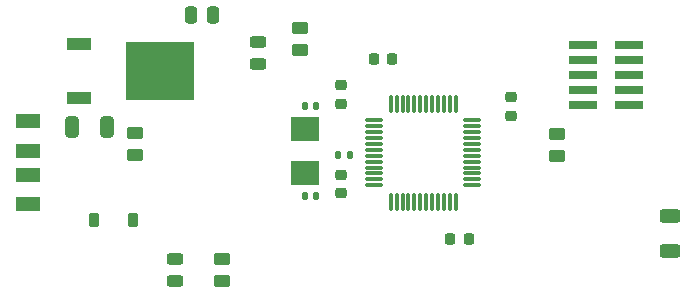
<source format=gbr>
%TF.GenerationSoftware,KiCad,Pcbnew,7.0.7-7.0.7~ubuntu22.04.1*%
%TF.CreationDate,2023-09-19T20:56:04+02:00*%
%TF.ProjectId,kicad103,6b696361-6431-4303-932e-6b696361645f,rev?*%
%TF.SameCoordinates,Original*%
%TF.FileFunction,Paste,Top*%
%TF.FilePolarity,Positive*%
%FSLAX46Y46*%
G04 Gerber Fmt 4.6, Leading zero omitted, Abs format (unit mm)*
G04 Created by KiCad (PCBNEW 7.0.7-7.0.7~ubuntu22.04.1) date 2023-09-19 20:56:04*
%MOMM*%
%LPD*%
G01*
G04 APERTURE LIST*
G04 Aperture macros list*
%AMRoundRect*
0 Rectangle with rounded corners*
0 $1 Rounding radius*
0 $2 $3 $4 $5 $6 $7 $8 $9 X,Y pos of 4 corners*
0 Add a 4 corners polygon primitive as box body*
4,1,4,$2,$3,$4,$5,$6,$7,$8,$9,$2,$3,0*
0 Add four circle primitives for the rounded corners*
1,1,$1+$1,$2,$3*
1,1,$1+$1,$4,$5*
1,1,$1+$1,$6,$7*
1,1,$1+$1,$8,$9*
0 Add four rect primitives between the rounded corners*
20,1,$1+$1,$2,$3,$4,$5,0*
20,1,$1+$1,$4,$5,$6,$7,0*
20,1,$1+$1,$6,$7,$8,$9,0*
20,1,$1+$1,$8,$9,$2,$3,0*%
G04 Aperture macros list end*
%ADD10R,2.100000X1.000000*%
%ADD11R,5.850000X4.900000*%
%ADD12RoundRect,0.225000X-0.225000X-0.250000X0.225000X-0.250000X0.225000X0.250000X-0.225000X0.250000X0*%
%ADD13RoundRect,0.243750X-0.456250X0.243750X-0.456250X-0.243750X0.456250X-0.243750X0.456250X0.243750X0*%
%ADD14RoundRect,0.250000X0.450000X-0.262500X0.450000X0.262500X-0.450000X0.262500X-0.450000X-0.262500X0*%
%ADD15RoundRect,0.225000X0.225000X0.250000X-0.225000X0.250000X-0.225000X-0.250000X0.225000X-0.250000X0*%
%ADD16RoundRect,0.250000X-0.250000X-0.475000X0.250000X-0.475000X0.250000X0.475000X-0.250000X0.475000X0*%
%ADD17RoundRect,0.225000X-0.250000X0.225000X-0.250000X-0.225000X0.250000X-0.225000X0.250000X0.225000X0*%
%ADD18R,2.400000X0.740000*%
%ADD19RoundRect,0.250000X0.325000X0.650000X-0.325000X0.650000X-0.325000X-0.650000X0.325000X-0.650000X0*%
%ADD20RoundRect,0.140000X0.140000X0.170000X-0.140000X0.170000X-0.140000X-0.170000X0.140000X-0.170000X0*%
%ADD21RoundRect,0.075000X-0.662500X-0.075000X0.662500X-0.075000X0.662500X0.075000X-0.662500X0.075000X0*%
%ADD22RoundRect,0.075000X-0.075000X-0.662500X0.075000X-0.662500X0.075000X0.662500X-0.075000X0.662500X0*%
%ADD23R,2.400000X2.000000*%
%ADD24RoundRect,0.225000X0.225000X0.375000X-0.225000X0.375000X-0.225000X-0.375000X0.225000X-0.375000X0*%
%ADD25RoundRect,0.250000X-0.450000X0.262500X-0.450000X-0.262500X0.450000X-0.262500X0.450000X0.262500X0*%
%ADD26RoundRect,0.243750X0.456250X-0.243750X0.456250X0.243750X-0.456250X0.243750X-0.456250X-0.243750X0*%
%ADD27RoundRect,0.225000X0.250000X-0.225000X0.250000X0.225000X-0.250000X0.225000X-0.250000X-0.225000X0*%
%ADD28RoundRect,0.135000X-0.135000X-0.185000X0.135000X-0.185000X0.135000X0.185000X-0.135000X0.185000X0*%
%ADD29RoundRect,0.250000X-0.625000X0.312500X-0.625000X-0.312500X0.625000X-0.312500X0.625000X0.312500X0*%
%ADD30R,2.000000X1.200000*%
G04 APERTURE END LIST*
D10*
%TO.C,IC1*%
X55900000Y-58920000D03*
X55900000Y-63480000D03*
D11*
X62700000Y-61200000D03*
%TD*%
D12*
%TO.C,C6*%
X80850000Y-60200000D03*
X82400000Y-60200000D03*
%TD*%
D13*
%TO.C,D3*%
X71000000Y-58800000D03*
X71000000Y-60675000D03*
%TD*%
D14*
%TO.C,R1*%
X68000000Y-79000000D03*
X68000000Y-77175000D03*
%TD*%
D15*
%TO.C,C5*%
X88850000Y-75450000D03*
X87300000Y-75450000D03*
%TD*%
D16*
%TO.C,C2*%
X65300000Y-56500000D03*
X67200000Y-56500000D03*
%TD*%
D17*
%TO.C,C3*%
X92400000Y-63450000D03*
X92400000Y-65000000D03*
%TD*%
D18*
%TO.C,J3*%
X98500000Y-59020000D03*
X102400000Y-59020000D03*
X98500000Y-60290000D03*
X102400000Y-60290000D03*
X98500000Y-61560000D03*
X102400000Y-61560000D03*
X98500000Y-62830000D03*
X102400000Y-62830000D03*
X98500000Y-64100000D03*
X102400000Y-64100000D03*
%TD*%
D19*
%TO.C,C1*%
X58250000Y-66000000D03*
X55300000Y-66000000D03*
%TD*%
D17*
%TO.C,C4*%
X78000000Y-70000000D03*
X78000000Y-71550000D03*
%TD*%
D20*
%TO.C,C9*%
X75960000Y-71800000D03*
X75000000Y-71800000D03*
%TD*%
D21*
%TO.C,U1*%
X80837500Y-65400000D03*
X80837500Y-65900000D03*
X80837500Y-66400000D03*
X80837500Y-66900000D03*
X80837500Y-67400000D03*
X80837500Y-67900000D03*
X80837500Y-68400000D03*
X80837500Y-68900000D03*
X80837500Y-69400000D03*
X80837500Y-69900000D03*
X80837500Y-70400000D03*
X80837500Y-70900000D03*
D22*
X82250000Y-72312500D03*
X82750000Y-72312500D03*
X83250000Y-72312500D03*
X83750000Y-72312500D03*
X84250000Y-72312500D03*
X84750000Y-72312500D03*
X85250000Y-72312500D03*
X85750000Y-72312500D03*
X86250000Y-72312500D03*
X86750000Y-72312500D03*
X87250000Y-72312500D03*
X87750000Y-72312500D03*
D21*
X89162500Y-70900000D03*
X89162500Y-70400000D03*
X89162500Y-69900000D03*
X89162500Y-69400000D03*
X89162500Y-68900000D03*
X89162500Y-68400000D03*
X89162500Y-67900000D03*
X89162500Y-67400000D03*
X89162500Y-66900000D03*
X89162500Y-66400000D03*
X89162500Y-65900000D03*
X89162500Y-65400000D03*
D22*
X87750000Y-63987500D03*
X87250000Y-63987500D03*
X86750000Y-63987500D03*
X86250000Y-63987500D03*
X85750000Y-63987500D03*
X85250000Y-63987500D03*
X84750000Y-63987500D03*
X84250000Y-63987500D03*
X83750000Y-63987500D03*
X83250000Y-63987500D03*
X82750000Y-63987500D03*
X82250000Y-63987500D03*
%TD*%
D23*
%TO.C,Y1*%
X75000000Y-69850000D03*
X75000000Y-66150000D03*
%TD*%
D24*
%TO.C,D1*%
X60400000Y-73800000D03*
X57100000Y-73800000D03*
%TD*%
D25*
%TO.C,R4*%
X60600000Y-66475000D03*
X60600000Y-68300000D03*
%TD*%
D26*
%TO.C,D2*%
X64000000Y-79000000D03*
X64000000Y-77125000D03*
%TD*%
D14*
%TO.C,R5*%
X96300000Y-68425000D03*
X96300000Y-66600000D03*
%TD*%
D20*
%TO.C,C8*%
X75960000Y-64150000D03*
X75000000Y-64150000D03*
%TD*%
D27*
%TO.C,C7*%
X78000000Y-64000000D03*
X78000000Y-62450000D03*
%TD*%
D28*
%TO.C,R3*%
X77800000Y-68300000D03*
X78820000Y-68300000D03*
%TD*%
D25*
%TO.C,R2*%
X74600000Y-57600000D03*
X74600000Y-59425000D03*
%TD*%
D29*
%TO.C,R6*%
X105900000Y-73537500D03*
X105900000Y-76462500D03*
%TD*%
D30*
%TO.C,J1*%
X51575000Y-72500000D03*
X51575000Y-70000000D03*
X51575000Y-68000000D03*
X51575000Y-65500000D03*
%TD*%
M02*

</source>
